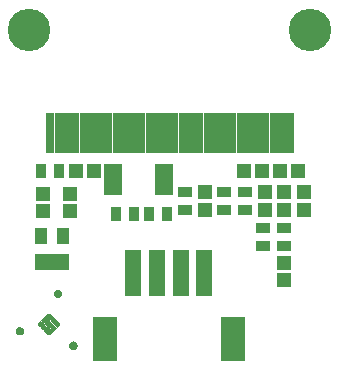
<source format=gbs>
G04 #@! TF.FileFunction,Soldermask,Bot*
%FSLAX46Y46*%
G04 Gerber Fmt 4.6, Leading zero omitted, Abs format (unit mm)*
G04 Created by KiCad (PCBNEW 4.0.7) date 07/15/18 11:06:10*
%MOMM*%
%LPD*%
G01*
G04 APERTURE LIST*
%ADD10C,0.100000*%
%ADD11C,0.010000*%
%ADD12R,0.800000X3.400000*%
%ADD13R,1.400000X3.900000*%
%ADD14R,2.000000X3.800000*%
%ADD15C,3.600000*%
%ADD16R,1.050000X1.460000*%
%ADD17R,1.500000X0.800000*%
%ADD18R,1.150000X1.200000*%
%ADD19R,1.200000X1.150000*%
%ADD20R,0.900000X1.300000*%
%ADD21R,1.300000X0.900000*%
G04 APERTURE END LIST*
D10*
D11*
G36*
X5765302Y-25361604D02*
X5762310Y-25362307D01*
X5703009Y-25382945D01*
X5648965Y-25414274D01*
X5601581Y-25454885D01*
X5562257Y-25503367D01*
X5532394Y-25558312D01*
X5515011Y-25611072D01*
X5505910Y-25675418D01*
X5509252Y-25737653D01*
X5524872Y-25797216D01*
X5552609Y-25853548D01*
X5592299Y-25906089D01*
X5604604Y-25919108D01*
X5648702Y-25957916D01*
X5695014Y-25986121D01*
X5747219Y-26005735D01*
X5775882Y-26012780D01*
X5816538Y-26019647D01*
X5851909Y-26021034D01*
X5888167Y-26016940D01*
X5908675Y-26012812D01*
X5971424Y-25992648D01*
X6027576Y-25961977D01*
X6076234Y-25921642D01*
X6116498Y-25872487D01*
X6147471Y-25815354D01*
X6161975Y-25775084D01*
X6171127Y-25725719D01*
X6171916Y-25671280D01*
X6164781Y-25615850D01*
X6150164Y-25563508D01*
X6135588Y-25530650D01*
X6118871Y-25505130D01*
X6095046Y-25476278D01*
X6067154Y-25447145D01*
X6038235Y-25420786D01*
X6011331Y-25400253D01*
X5997575Y-25392078D01*
X5942077Y-25370126D01*
X5882455Y-25357425D01*
X5822325Y-25354432D01*
X5765302Y-25361604D01*
X5765302Y-25361604D01*
G37*
X5765302Y-25361604D02*
X5762310Y-25362307D01*
X5703009Y-25382945D01*
X5648965Y-25414274D01*
X5601581Y-25454885D01*
X5562257Y-25503367D01*
X5532394Y-25558312D01*
X5515011Y-25611072D01*
X5505910Y-25675418D01*
X5509252Y-25737653D01*
X5524872Y-25797216D01*
X5552609Y-25853548D01*
X5592299Y-25906089D01*
X5604604Y-25919108D01*
X5648702Y-25957916D01*
X5695014Y-25986121D01*
X5747219Y-26005735D01*
X5775882Y-26012780D01*
X5816538Y-26019647D01*
X5851909Y-26021034D01*
X5888167Y-26016940D01*
X5908675Y-26012812D01*
X5971424Y-25992648D01*
X6027576Y-25961977D01*
X6076234Y-25921642D01*
X6116498Y-25872487D01*
X6147471Y-25815354D01*
X6161975Y-25775084D01*
X6171127Y-25725719D01*
X6171916Y-25671280D01*
X6164781Y-25615850D01*
X6150164Y-25563508D01*
X6135588Y-25530650D01*
X6118871Y-25505130D01*
X6095046Y-25476278D01*
X6067154Y-25447145D01*
X6038235Y-25420786D01*
X6011331Y-25400253D01*
X5997575Y-25392078D01*
X5942077Y-25370126D01*
X5882455Y-25357425D01*
X5822325Y-25354432D01*
X5765302Y-25361604D01*
G36*
X3792654Y-22991792D02*
X3769344Y-22995046D01*
X3744679Y-23002642D01*
X3738579Y-23005340D01*
X3727442Y-23013034D01*
X3708355Y-23029186D01*
X3681198Y-23053909D01*
X3645852Y-23087318D01*
X3602197Y-23129527D01*
X3550113Y-23180649D01*
X3489480Y-23240800D01*
X3448079Y-23282139D01*
X3184582Y-23545801D01*
X3460535Y-23821809D01*
X3517479Y-23878721D01*
X3566169Y-23927260D01*
X3607299Y-23968069D01*
X3641558Y-24001791D01*
X3669640Y-24029069D01*
X3692236Y-24050546D01*
X3710036Y-24066864D01*
X3723734Y-24078666D01*
X3734020Y-24086596D01*
X3741586Y-24091297D01*
X3747124Y-24093410D01*
X3751326Y-24093580D01*
X3752607Y-24093299D01*
X3786985Y-24088786D01*
X3825140Y-24091934D01*
X3861251Y-24102088D01*
X3871271Y-24106632D01*
X3907297Y-24131493D01*
X3934724Y-24163957D01*
X3952821Y-24201827D01*
X3960861Y-24242902D01*
X3958112Y-24284986D01*
X3943967Y-24325642D01*
X3925510Y-24352399D01*
X3899753Y-24377712D01*
X3870860Y-24398056D01*
X3845097Y-24409352D01*
X3800543Y-24415977D01*
X3758184Y-24411374D01*
X3719634Y-24396719D01*
X3686509Y-24373188D01*
X3660424Y-24341955D01*
X3642994Y-24304196D01*
X3635834Y-24261087D01*
X3635749Y-24257000D01*
X3636260Y-24233397D01*
X3637965Y-24213458D01*
X3640087Y-24202946D01*
X3639931Y-24199130D01*
X3636936Y-24193007D01*
X3630495Y-24183930D01*
X3619999Y-24171254D01*
X3604841Y-24154330D01*
X3584414Y-24132513D01*
X3558111Y-24105157D01*
X3525323Y-24071614D01*
X3485443Y-24031238D01*
X3437863Y-23983383D01*
X3381977Y-23927401D01*
X3368663Y-23914087D01*
X3092527Y-23638006D01*
X3019025Y-23710965D01*
X2983746Y-23746701D01*
X2956982Y-23775820D01*
X2937642Y-23800007D01*
X2924631Y-23820948D01*
X2916857Y-23840329D01*
X2913228Y-23859837D01*
X2912567Y-23875188D01*
X2915153Y-23904401D01*
X2921994Y-23929282D01*
X2923760Y-23933150D01*
X2930088Y-23941324D01*
X2944665Y-23957601D01*
X2966688Y-23981175D01*
X2995355Y-24011242D01*
X3029863Y-24046994D01*
X3069408Y-24087628D01*
X3113187Y-24132338D01*
X3160399Y-24180318D01*
X3210239Y-24230764D01*
X3261905Y-24282870D01*
X3314594Y-24335830D01*
X3367504Y-24388840D01*
X3419830Y-24441093D01*
X3470771Y-24491786D01*
X3519523Y-24540111D01*
X3565284Y-24585265D01*
X3607250Y-24626442D01*
X3644618Y-24662836D01*
X3676587Y-24693642D01*
X3702352Y-24718055D01*
X3721111Y-24735269D01*
X3732061Y-24744480D01*
X3733800Y-24745614D01*
X3765588Y-24757198D01*
X3799639Y-24761703D01*
X3826776Y-24759079D01*
X3845994Y-24752197D01*
X3866217Y-24741950D01*
X3868051Y-24740828D01*
X3876383Y-24733952D01*
X3892786Y-24718909D01*
X3916387Y-24696546D01*
X3946314Y-24667714D01*
X3981695Y-24633261D01*
X4021655Y-24594037D01*
X4065323Y-24550889D01*
X4111827Y-24504667D01*
X4149706Y-24466825D01*
X4410037Y-24206180D01*
X3857625Y-23654434D01*
X3827594Y-23661482D01*
X3786948Y-23664772D01*
X3746673Y-23656467D01*
X3708884Y-23637549D01*
X3675697Y-23609003D01*
X3654562Y-23581003D01*
X3644373Y-23562973D01*
X3638593Y-23546971D01*
X3636038Y-23528073D01*
X3635523Y-23501847D01*
X3638742Y-23461282D01*
X3649136Y-23428351D01*
X3668225Y-23399318D01*
X3684032Y-23382646D01*
X3719757Y-23356465D01*
X3759083Y-23341338D01*
X3800018Y-23336917D01*
X3840572Y-23342855D01*
X3878752Y-23358802D01*
X3912569Y-23384410D01*
X3940031Y-23419331D01*
X3945072Y-23428325D01*
X3953646Y-23453216D01*
X3958426Y-23484787D01*
X3958957Y-23517463D01*
X3954784Y-23545669D01*
X3954679Y-23546043D01*
X3954311Y-23549937D01*
X3955656Y-23554917D01*
X3959355Y-23561676D01*
X3966053Y-23570906D01*
X3976392Y-23583299D01*
X3991016Y-23599546D01*
X4010567Y-23620339D01*
X4035689Y-23646370D01*
X4067024Y-23678331D01*
X4105215Y-23716914D01*
X4150906Y-23762810D01*
X4204739Y-23816712D01*
X4226106Y-23838080D01*
X4502079Y-24113998D01*
X4578477Y-24037861D01*
X4607020Y-24008545D01*
X4632099Y-23981119D01*
X4652011Y-23957545D01*
X4665054Y-23939791D01*
X4668146Y-23934394D01*
X4679524Y-23897154D01*
X4679924Y-23857683D01*
X4669345Y-23820137D01*
X4668153Y-23817605D01*
X4662067Y-23808757D01*
X4649175Y-23793446D01*
X4629222Y-23771409D01*
X4601957Y-23742385D01*
X4567124Y-23706112D01*
X4524471Y-23662328D01*
X4473744Y-23610772D01*
X4414689Y-23551182D01*
X4347053Y-23483296D01*
X4270582Y-23406851D01*
X4262608Y-23398894D01*
X4192787Y-23329230D01*
X4131350Y-23267980D01*
X4077674Y-23214603D01*
X4031136Y-23168560D01*
X3991113Y-23129312D01*
X3956982Y-23096317D01*
X3928119Y-23069038D01*
X3903902Y-23046933D01*
X3883708Y-23029463D01*
X3866913Y-23016089D01*
X3852895Y-23006270D01*
X3841029Y-22999467D01*
X3830694Y-22995140D01*
X3821267Y-22992750D01*
X3812123Y-22991756D01*
X3802640Y-22991619D01*
X3792654Y-22991792D01*
X3792654Y-22991792D01*
G37*
X3792654Y-22991792D02*
X3769344Y-22995046D01*
X3744679Y-23002642D01*
X3738579Y-23005340D01*
X3727442Y-23013034D01*
X3708355Y-23029186D01*
X3681198Y-23053909D01*
X3645852Y-23087318D01*
X3602197Y-23129527D01*
X3550113Y-23180649D01*
X3489480Y-23240800D01*
X3448079Y-23282139D01*
X3184582Y-23545801D01*
X3460535Y-23821809D01*
X3517479Y-23878721D01*
X3566169Y-23927260D01*
X3607299Y-23968069D01*
X3641558Y-24001791D01*
X3669640Y-24029069D01*
X3692236Y-24050546D01*
X3710036Y-24066864D01*
X3723734Y-24078666D01*
X3734020Y-24086596D01*
X3741586Y-24091297D01*
X3747124Y-24093410D01*
X3751326Y-24093580D01*
X3752607Y-24093299D01*
X3786985Y-24088786D01*
X3825140Y-24091934D01*
X3861251Y-24102088D01*
X3871271Y-24106632D01*
X3907297Y-24131493D01*
X3934724Y-24163957D01*
X3952821Y-24201827D01*
X3960861Y-24242902D01*
X3958112Y-24284986D01*
X3943967Y-24325642D01*
X3925510Y-24352399D01*
X3899753Y-24377712D01*
X3870860Y-24398056D01*
X3845097Y-24409352D01*
X3800543Y-24415977D01*
X3758184Y-24411374D01*
X3719634Y-24396719D01*
X3686509Y-24373188D01*
X3660424Y-24341955D01*
X3642994Y-24304196D01*
X3635834Y-24261087D01*
X3635749Y-24257000D01*
X3636260Y-24233397D01*
X3637965Y-24213458D01*
X3640087Y-24202946D01*
X3639931Y-24199130D01*
X3636936Y-24193007D01*
X3630495Y-24183930D01*
X3619999Y-24171254D01*
X3604841Y-24154330D01*
X3584414Y-24132513D01*
X3558111Y-24105157D01*
X3525323Y-24071614D01*
X3485443Y-24031238D01*
X3437863Y-23983383D01*
X3381977Y-23927401D01*
X3368663Y-23914087D01*
X3092527Y-23638006D01*
X3019025Y-23710965D01*
X2983746Y-23746701D01*
X2956982Y-23775820D01*
X2937642Y-23800007D01*
X2924631Y-23820948D01*
X2916857Y-23840329D01*
X2913228Y-23859837D01*
X2912567Y-23875188D01*
X2915153Y-23904401D01*
X2921994Y-23929282D01*
X2923760Y-23933150D01*
X2930088Y-23941324D01*
X2944665Y-23957601D01*
X2966688Y-23981175D01*
X2995355Y-24011242D01*
X3029863Y-24046994D01*
X3069408Y-24087628D01*
X3113187Y-24132338D01*
X3160399Y-24180318D01*
X3210239Y-24230764D01*
X3261905Y-24282870D01*
X3314594Y-24335830D01*
X3367504Y-24388840D01*
X3419830Y-24441093D01*
X3470771Y-24491786D01*
X3519523Y-24540111D01*
X3565284Y-24585265D01*
X3607250Y-24626442D01*
X3644618Y-24662836D01*
X3676587Y-24693642D01*
X3702352Y-24718055D01*
X3721111Y-24735269D01*
X3732061Y-24744480D01*
X3733800Y-24745614D01*
X3765588Y-24757198D01*
X3799639Y-24761703D01*
X3826776Y-24759079D01*
X3845994Y-24752197D01*
X3866217Y-24741950D01*
X3868051Y-24740828D01*
X3876383Y-24733952D01*
X3892786Y-24718909D01*
X3916387Y-24696546D01*
X3946314Y-24667714D01*
X3981695Y-24633261D01*
X4021655Y-24594037D01*
X4065323Y-24550889D01*
X4111827Y-24504667D01*
X4149706Y-24466825D01*
X4410037Y-24206180D01*
X3857625Y-23654434D01*
X3827594Y-23661482D01*
X3786948Y-23664772D01*
X3746673Y-23656467D01*
X3708884Y-23637549D01*
X3675697Y-23609003D01*
X3654562Y-23581003D01*
X3644373Y-23562973D01*
X3638593Y-23546971D01*
X3636038Y-23528073D01*
X3635523Y-23501847D01*
X3638742Y-23461282D01*
X3649136Y-23428351D01*
X3668225Y-23399318D01*
X3684032Y-23382646D01*
X3719757Y-23356465D01*
X3759083Y-23341338D01*
X3800018Y-23336917D01*
X3840572Y-23342855D01*
X3878752Y-23358802D01*
X3912569Y-23384410D01*
X3940031Y-23419331D01*
X3945072Y-23428325D01*
X3953646Y-23453216D01*
X3958426Y-23484787D01*
X3958957Y-23517463D01*
X3954784Y-23545669D01*
X3954679Y-23546043D01*
X3954311Y-23549937D01*
X3955656Y-23554917D01*
X3959355Y-23561676D01*
X3966053Y-23570906D01*
X3976392Y-23583299D01*
X3991016Y-23599546D01*
X4010567Y-23620339D01*
X4035689Y-23646370D01*
X4067024Y-23678331D01*
X4105215Y-23716914D01*
X4150906Y-23762810D01*
X4204739Y-23816712D01*
X4226106Y-23838080D01*
X4502079Y-24113998D01*
X4578477Y-24037861D01*
X4607020Y-24008545D01*
X4632099Y-23981119D01*
X4652011Y-23957545D01*
X4665054Y-23939791D01*
X4668146Y-23934394D01*
X4679524Y-23897154D01*
X4679924Y-23857683D01*
X4669345Y-23820137D01*
X4668153Y-23817605D01*
X4662067Y-23808757D01*
X4649175Y-23793446D01*
X4629222Y-23771409D01*
X4601957Y-23742385D01*
X4567124Y-23706112D01*
X4524471Y-23662328D01*
X4473744Y-23610772D01*
X4414689Y-23551182D01*
X4347053Y-23483296D01*
X4270582Y-23406851D01*
X4262608Y-23398894D01*
X4192787Y-23329230D01*
X4131350Y-23267980D01*
X4077674Y-23214603D01*
X4031136Y-23168560D01*
X3991113Y-23129312D01*
X3956982Y-23096317D01*
X3928119Y-23069038D01*
X3903902Y-23046933D01*
X3883708Y-23029463D01*
X3866913Y-23016089D01*
X3852895Y-23006270D01*
X3841029Y-22999467D01*
X3830694Y-22995140D01*
X3821267Y-22992750D01*
X3812123Y-22991756D01*
X3802640Y-22991619D01*
X3792654Y-22991792D01*
G36*
X1274338Y-24146754D02*
X1216884Y-24160276D01*
X1162608Y-24185284D01*
X1112889Y-24221541D01*
X1094199Y-24239541D01*
X1055246Y-24287427D01*
X1028290Y-24338085D01*
X1012680Y-24393133D01*
X1007767Y-24454187D01*
X1007768Y-24454456D01*
X1014119Y-24513261D01*
X1031887Y-24569593D01*
X1059860Y-24621695D01*
X1096827Y-24667810D01*
X1141577Y-24706181D01*
X1192898Y-24735050D01*
X1204442Y-24739758D01*
X1239788Y-24749438D01*
X1282162Y-24755264D01*
X1326624Y-24756998D01*
X1368234Y-24754404D01*
X1396336Y-24748998D01*
X1454200Y-24726378D01*
X1505593Y-24693278D01*
X1549408Y-24650728D01*
X1584540Y-24599761D01*
X1605439Y-24554185D01*
X1620214Y-24496804D01*
X1623151Y-24438772D01*
X1614906Y-24381702D01*
X1596139Y-24327209D01*
X1567505Y-24276907D01*
X1529663Y-24232409D01*
X1483270Y-24195331D01*
X1451985Y-24177505D01*
X1393267Y-24155130D01*
X1333592Y-24144960D01*
X1274338Y-24146754D01*
X1274338Y-24146754D01*
G37*
X1274338Y-24146754D02*
X1216884Y-24160276D01*
X1162608Y-24185284D01*
X1112889Y-24221541D01*
X1094199Y-24239541D01*
X1055246Y-24287427D01*
X1028290Y-24338085D01*
X1012680Y-24393133D01*
X1007767Y-24454187D01*
X1007768Y-24454456D01*
X1014119Y-24513261D01*
X1031887Y-24569593D01*
X1059860Y-24621695D01*
X1096827Y-24667810D01*
X1141577Y-24706181D01*
X1192898Y-24735050D01*
X1204442Y-24739758D01*
X1239788Y-24749438D01*
X1282162Y-24755264D01*
X1326624Y-24756998D01*
X1368234Y-24754404D01*
X1396336Y-24748998D01*
X1454200Y-24726378D01*
X1505593Y-24693278D01*
X1549408Y-24650728D01*
X1584540Y-24599761D01*
X1605439Y-24554185D01*
X1620214Y-24496804D01*
X1623151Y-24438772D01*
X1614906Y-24381702D01*
X1596139Y-24327209D01*
X1567505Y-24276907D01*
X1529663Y-24232409D01*
X1483270Y-24195331D01*
X1451985Y-24177505D01*
X1393267Y-24155130D01*
X1333592Y-24144960D01*
X1274338Y-24146754D01*
G36*
X3771915Y-24192538D02*
X3749660Y-24206768D01*
X3734377Y-24226936D01*
X3730732Y-24237463D01*
X3731110Y-24261883D01*
X3740654Y-24286263D01*
X3756999Y-24305517D01*
X3764735Y-24310553D01*
X3790982Y-24319487D01*
X3815437Y-24316857D01*
X3832983Y-24308374D01*
X3852641Y-24290221D01*
X3862414Y-24267879D01*
X3863094Y-24244036D01*
X3855473Y-24221380D01*
X3840342Y-24202602D01*
X3818492Y-24190388D01*
X3797300Y-24187150D01*
X3771915Y-24192538D01*
X3771915Y-24192538D01*
G37*
X3771915Y-24192538D02*
X3749660Y-24206768D01*
X3734377Y-24226936D01*
X3730732Y-24237463D01*
X3731110Y-24261883D01*
X3740654Y-24286263D01*
X3756999Y-24305517D01*
X3764735Y-24310553D01*
X3790982Y-24319487D01*
X3815437Y-24316857D01*
X3832983Y-24308374D01*
X3852641Y-24290221D01*
X3862414Y-24267879D01*
X3863094Y-24244036D01*
X3855473Y-24221380D01*
X3840342Y-24202602D01*
X3818492Y-24190388D01*
X3797300Y-24187150D01*
X3771915Y-24192538D01*
G36*
X3781670Y-23434479D02*
X3768154Y-23440018D01*
X3747792Y-23455898D01*
X3734128Y-23478683D01*
X3729423Y-23503934D01*
X3730574Y-23513815D01*
X3741642Y-23536958D01*
X3761501Y-23555023D01*
X3786552Y-23565730D01*
X3813199Y-23566793D01*
X3813888Y-23566670D01*
X3826781Y-23560616D01*
X3841962Y-23548700D01*
X3845494Y-23545206D01*
X3860388Y-23521737D01*
X3864324Y-23496347D01*
X3858088Y-23471941D01*
X3842469Y-23451424D01*
X3818254Y-23437703D01*
X3816156Y-23437041D01*
X3796943Y-23432775D01*
X3781670Y-23434479D01*
X3781670Y-23434479D01*
G37*
X3781670Y-23434479D02*
X3768154Y-23440018D01*
X3747792Y-23455898D01*
X3734128Y-23478683D01*
X3729423Y-23503934D01*
X3730574Y-23513815D01*
X3741642Y-23536958D01*
X3761501Y-23555023D01*
X3786552Y-23565730D01*
X3813199Y-23566793D01*
X3813888Y-23566670D01*
X3826781Y-23560616D01*
X3841962Y-23548700D01*
X3845494Y-23545206D01*
X3860388Y-23521737D01*
X3864324Y-23496347D01*
X3858088Y-23471941D01*
X3842469Y-23451424D01*
X3818254Y-23437703D01*
X3816156Y-23437041D01*
X3796943Y-23432775D01*
X3781670Y-23434479D01*
G36*
X4502601Y-20988235D02*
X4445899Y-20999262D01*
X4392613Y-21020461D01*
X4344172Y-21050998D01*
X4302003Y-21090040D01*
X4267534Y-21136755D01*
X4242193Y-21190308D01*
X4231612Y-21226940D01*
X4224472Y-21286555D01*
X4228974Y-21345270D01*
X4244257Y-21401519D01*
X4269460Y-21453731D01*
X4303722Y-21500341D01*
X4346183Y-21539781D01*
X4395981Y-21570482D01*
X4427366Y-21583487D01*
X4469891Y-21594222D01*
X4517195Y-21599624D01*
X4564001Y-21599405D01*
X4605027Y-21593274D01*
X4605194Y-21593232D01*
X4656395Y-21575613D01*
X4702011Y-21549412D01*
X4745315Y-21512704D01*
X4749877Y-21508145D01*
X4787526Y-21464235D01*
X4814026Y-21419045D01*
X4830447Y-21369939D01*
X4837862Y-21314277D01*
X4838545Y-21289762D01*
X4833775Y-21232307D01*
X4818577Y-21180022D01*
X4792196Y-21131061D01*
X4754052Y-21083767D01*
X4712695Y-21046011D01*
X4668141Y-21018505D01*
X4620544Y-21000025D01*
X4561292Y-20988211D01*
X4502601Y-20988235D01*
X4502601Y-20988235D01*
G37*
X4502601Y-20988235D02*
X4445899Y-20999262D01*
X4392613Y-21020461D01*
X4344172Y-21050998D01*
X4302003Y-21090040D01*
X4267534Y-21136755D01*
X4242193Y-21190308D01*
X4231612Y-21226940D01*
X4224472Y-21286555D01*
X4228974Y-21345270D01*
X4244257Y-21401519D01*
X4269460Y-21453731D01*
X4303722Y-21500341D01*
X4346183Y-21539781D01*
X4395981Y-21570482D01*
X4427366Y-21583487D01*
X4469891Y-21594222D01*
X4517195Y-21599624D01*
X4564001Y-21599405D01*
X4605027Y-21593274D01*
X4605194Y-21593232D01*
X4656395Y-21575613D01*
X4702011Y-21549412D01*
X4745315Y-21512704D01*
X4749877Y-21508145D01*
X4787526Y-21464235D01*
X4814026Y-21419045D01*
X4830447Y-21369939D01*
X4837862Y-21314277D01*
X4838545Y-21289762D01*
X4833775Y-21232307D01*
X4818577Y-21180022D01*
X4792196Y-21131061D01*
X4754052Y-21083767D01*
X4712695Y-21046011D01*
X4668141Y-21018505D01*
X4620544Y-21000025D01*
X4561292Y-20988211D01*
X4502601Y-20988235D01*
D12*
X24247000Y-7747000D03*
X23547000Y-7747000D03*
X22847000Y-7747000D03*
X22147000Y-7747000D03*
X21447000Y-7747000D03*
X20047000Y-7747000D03*
X19347000Y-7747000D03*
X18647000Y-7747000D03*
X17947000Y-7747000D03*
X17247000Y-7747000D03*
X16547000Y-7747000D03*
X15847000Y-7747000D03*
X15147000Y-7747000D03*
X14447000Y-7747000D03*
X13747000Y-7747000D03*
X13047000Y-7747000D03*
X12347000Y-7747000D03*
X11647000Y-7747000D03*
X10947000Y-7747000D03*
X10247000Y-7747000D03*
X9547000Y-7747000D03*
X8847000Y-7747000D03*
X8147000Y-7747000D03*
X7447000Y-7747000D03*
X6747000Y-7747000D03*
X6047000Y-7747000D03*
X5347000Y-7747000D03*
X4647000Y-7747000D03*
X3947000Y-7747000D03*
X20747000Y-7747000D03*
D13*
X16970000Y-19577000D03*
X14970000Y-19577000D03*
X12970000Y-19577000D03*
X10970000Y-19577000D03*
D14*
X19370000Y-25127000D03*
X8570000Y-25127000D03*
D15*
X2159000Y1016000D03*
D16*
X5014000Y-18626000D03*
X4064000Y-18626000D03*
X3114000Y-18626000D03*
X3114000Y-16426000D03*
X5014000Y-16426000D03*
D17*
X9280000Y-12659000D03*
X9280000Y-12009000D03*
X9280000Y-11359000D03*
X9280000Y-10709000D03*
X13580000Y-10709000D03*
X13580000Y-11359000D03*
X13580000Y-12009000D03*
X13580000Y-12659000D03*
D18*
X17018000Y-12712000D03*
X17018000Y-14212000D03*
X3302000Y-12839000D03*
X3302000Y-14339000D03*
X5588000Y-12839000D03*
X5588000Y-14339000D03*
X23749000Y-20181000D03*
X23749000Y-18681000D03*
X22098000Y-14212000D03*
X22098000Y-12712000D03*
X23749000Y-14212000D03*
X23749000Y-12712000D03*
X25400000Y-14212000D03*
X25400000Y-12712000D03*
D19*
X24880000Y-10922000D03*
X23380000Y-10922000D03*
X21832000Y-10922000D03*
X20332000Y-10922000D03*
X6108000Y-10922000D03*
X7608000Y-10922000D03*
D20*
X13831000Y-14605000D03*
X12331000Y-14605000D03*
D21*
X18669000Y-14212000D03*
X18669000Y-12712000D03*
X15367000Y-14212000D03*
X15367000Y-12712000D03*
X23749000Y-17260000D03*
X23749000Y-15760000D03*
D20*
X9537000Y-14605000D03*
X11037000Y-14605000D03*
D21*
X21971000Y-15760000D03*
X21971000Y-17260000D03*
X20447000Y-14212000D03*
X20447000Y-12712000D03*
D20*
X4687000Y-10922000D03*
X3187000Y-10922000D03*
D15*
X25908000Y1016000D03*
M02*

</source>
